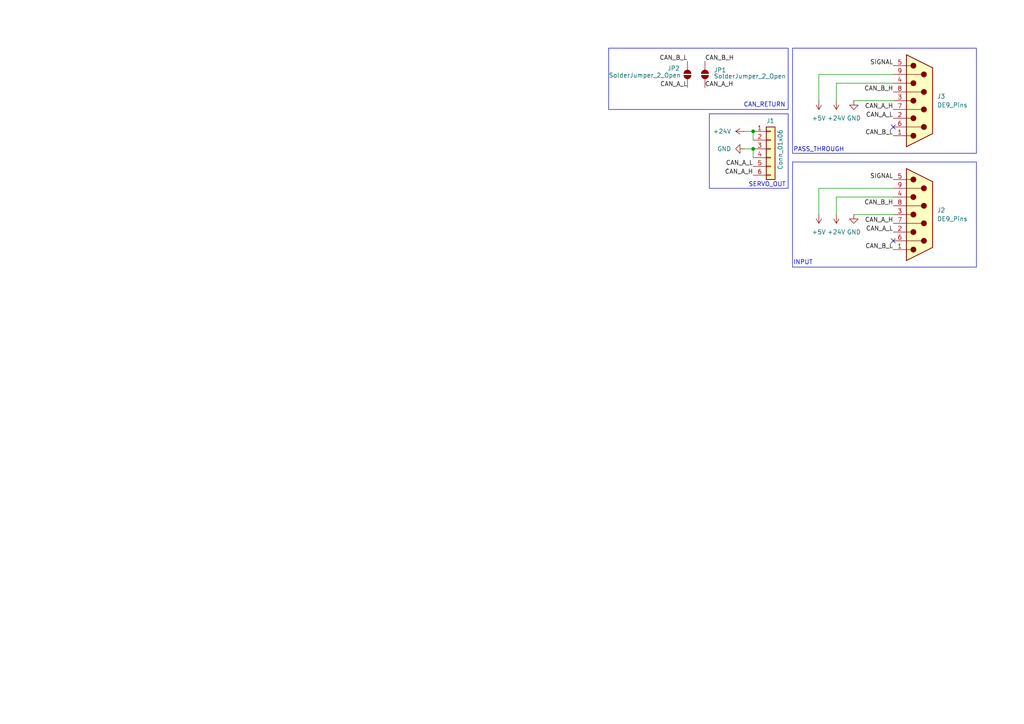
<source format=kicad_sch>
(kicad_sch (version 20250114) (generator "eeschema") (generator_version "9.99")
  (paper "A4")
  (lib_symbols
    (symbol "Connector:DE9_Pins" (pin_names (offset 1.016) (hide yes))
      (property "Reference" "J" (at 0 13.97 0))
      (property "Value" "DE9_Pins" (at 0 -14.605 0))
      (symbol "DE9_Pins_0_1"
        (polyline (pts (xy -3.81 10.16) (xy -2.54 10.16)))
        (polyline (pts (xy -3.81 7.62) (xy 0.508 7.62)))
        (polyline (pts (xy -3.81 5.08) (xy -2.54 5.08)))
        (polyline (pts (xy -3.81 2.54) (xy 0.508 2.54)))
        (polyline (pts (xy -3.81 0) (xy -2.54 0)))
        (polyline (pts (xy -3.81 -2.54) (xy 0.508 -2.54)))
        (polyline (pts (xy -3.81 -5.08) (xy -2.54 -5.08)))
        (polyline (pts (xy -3.81 -7.62) (xy 0.508 -7.62)))
        (polyline (pts (xy -3.81 -10.16) (xy -2.54 -10.16)))
        (polyline (pts (xy -3.81 -13.335) (xy -3.81 13.335) (xy 3.81 9.525) (xy 3.81 -9.525) (xy -3.81 -13.335)) (stroke (width 0.254)) (fill (type background)))
        (circle (center -1.778 10.16) (radius 0.762) (fill (type outline)))
        (circle (center -1.778 5.08) (radius 0.762) (fill (type outline)))
        (circle (center -1.778 0) (radius 0.762) (fill (type outline)))
        (circle (center -1.778 -5.08) (radius 0.762) (fill (type outline)))
        (circle (center -1.778 -10.16) (radius 0.762) (fill (type outline)))
        (circle (center 1.27 7.62) (radius 0.762) (fill (type outline)))
        (circle (center 1.27 2.54) (radius 0.762) (fill (type outline)))
        (circle (center 1.27 -2.54) (radius 0.762) (fill (type outline)))
        (circle (center 1.27 -7.62) (radius 0.762) (fill (type outline)))
      )
      (symbol "DE9_Pins_1_1"
        (pin passive line (at -7.62 10.16 0) (length 3.81) (name "5") (number "5"))
        (pin passive line (at -7.62 7.62 0) (length 3.81) (name "9") (number "9"))
        (pin passive line (at -7.62 5.08 0) (length 3.81) (name "4") (number "4"))
        (pin passive line (at -7.62 2.54 0) (length 3.81) (name "8") (number "8"))
        (pin passive line (at -7.62 0 0) (length 3.81) (name "3") (number "3"))
        (pin passive line (at -7.62 -2.54 0) (length 3.81) (name "7") (number "7"))
        (pin passive line (at -7.62 -5.08 0) (length 3.81) (name "2") (number "2"))
        (pin passive line (at -7.62 -7.62 0) (length 3.81) (name "6") (number "6"))
        (pin passive line (at -7.62 -10.16 0) (length 3.81) (name "1") (number "1"))
      )
    )
    (symbol "Connector_Generic:Conn_01x06" (pin_names (offset 1.016) (hide yes))
      (property "Reference" "J" (at 0 7.62 0))
      (property "Value" "Conn_01x06" (at 0 -10.16 0))
      (symbol "Conn_01x06_1_1"
        (rectangle (start -1.27 6.35) (end 1.27 -8.89) (stroke (width 0.254)) (fill (type background)))
        (rectangle (start -1.27 5.207) (end 0 4.953) (stroke (width 0.1524)))
        (rectangle (start -1.27 2.667) (end 0 2.413) (stroke (width 0.1524)))
        (rectangle (start -1.27 0.127) (end 0 -0.127) (stroke (width 0.1524)))
        (rectangle (start -1.27 -2.413) (end 0 -2.667) (stroke (width 0.1524)))
        (rectangle (start -1.27 -4.953) (end 0 -5.207) (stroke (width 0.1524)))
        (rectangle (start -1.27 -7.493) (end 0 -7.747) (stroke (width 0.1524)))
        (pin passive line (at -5.08 5.08 0) (length 3.81) (name "Pin_1") (number "1"))
        (pin passive line (at -5.08 2.54 0) (length 3.81) (name "Pin_2") (number "2"))
        (pin passive line (at -5.08 0 0) (length 3.81) (name "Pin_3") (number "3"))
        (pin passive line (at -5.08 -2.54 0) (length 3.81) (name "Pin_4") (number "4"))
        (pin passive line (at -5.08 -5.08 0) (length 3.81) (name "Pin_5") (number "5"))
        (pin passive line (at -5.08 -7.62 0) (length 3.81) (name "Pin_6") (number "6"))
      )
    )
    (symbol "Jumper:SolderJumper_2_Open" (pin_numbers (hide yes)) (pin_names (offset 0) (hide yes)) (in_bom no)
      (property "Reference" "JP" (at 0 2.032 0))
      (property "Value" "SolderJumper_2_Open" (at 0 -2.54 0))
      (symbol "SolderJumper_2_Open_0_1"
        (polyline (pts (xy -0.254 1.016) (xy -0.254 -1.016)))
        (arc (start -0.254 -1.016) (mid -1.2656 0) (end -0.254 1.016))
        (arc (start -0.254 -1.016) (mid -1.2656 0) (end -0.254 1.016) (fill (type outline)))
        (arc (start 0.254 1.016) (mid 1.2656 0) (end 0.254 -1.016))
        (arc (start 0.254 1.016) (mid 1.2656 0) (end 0.254 -1.016) (fill (type outline)))
        (polyline (pts (xy 0.254 1.016) (xy 0.254 -1.016)))
      )
      (symbol "SolderJumper_2_Open_1_1"
        (pin passive line (at -3.81 0 0) (length 2.54) (name "A") (number "1"))
        (pin passive line (at 3.81 0 180) (length 2.54) (name "B") (number "2"))
      )
    )
    (symbol "power:+24V" (power) (pin_numbers (hide yes)) (pin_names (offset 0) (hide yes))
      (property "Value" "+24V" (at 0 3.556 0))
      (symbol "+24V_0_1"
        (polyline (pts (xy -0.762 1.27) (xy 0 2.54)))
        (polyline (pts (xy 0 2.54) (xy 0.762 1.27)))
        (polyline (pts (xy 0 0) (xy 0 2.54)))
      )
      (symbol "+24V_1_1"
        (pin power_in line (at 0 0 90) (length 0) (name "~") (number "1"))
      )
    )
    (symbol "power:+5V" (power) (pin_numbers (hide yes)) (pin_names (offset 0) (hide yes))
      (property "Value" "+5V" (at 0 3.556 0))
      (symbol "+5V_0_1"
        (polyline (pts (xy -0.762 1.27) (xy 0 2.54)))
        (polyline (pts (xy 0 2.54) (xy 0.762 1.27)))
        (polyline (pts (xy 0 0) (xy 0 2.54)))
      )
      (symbol "+5V_1_1"
        (pin power_in line (at 0 0 90) (length 0) (name "~") (number "1"))
      )
    )
    (symbol "power:GND" (power) (pin_numbers (hide yes)) (pin_names (offset 0) (hide yes))
      (property "Value" "GND" (at 0 -3.81 0))
      (symbol "GND_0_1"
        (polyline (pts (xy 0 0) (xy 0 -1.27) (xy 1.27 -1.27) (xy 0 -2.54) (xy -1.27 -1.27) (xy 0 -1.27)))
      )
      (symbol "GND_1_1"
        (pin power_in line (at 0 0 270) (length 0) (name "~") (number "1"))
      )
    )
  )
  (rectangle (start 176.53 13.97) (end 228.6 31.75))
  (rectangle (start 229.87 46.99) (end 283.21 77.47))
  (rectangle (start 229.87 13.97) (end 283.21 44.45))
  (rectangle (start 205.74 33.02) (end 228.6 54.61))
  (text "SERVO_OUT" (at 222.504 53.594 0) (effects (font (size 1.27 1.27))))
  (text "CAN_RETURN" (at 221.742 30.48 0) (effects (font (size 1.27 1.27))))
  (text "INPUT" (at 232.918 76.2 0) (effects (font (size 1.27 1.27))))
  (text "PASS_THROUGH" (at 237.49 43.434 0) (effects (font (size 1.27 1.27))))
  (junction (at 218.44 38.1))
  (junction (at 218.44 43.18))
  (no_connect (at 259.08 69.85))
  (no_connect (at 259.08 36.83))
  (wire (pts (xy 247.65 62.23) (xy 259.08 62.23)))
  (wire (pts (xy 259.08 57.15) (xy 242.57 57.15)))
  (wire (pts (xy 218.44 43.18) (xy 218.44 45.72)))
  (wire (pts (xy 215.9 43.18) (xy 218.44 43.18)))
  (wire (pts (xy 215.9 38.1) (xy 218.44 38.1)))
  (wire (pts (xy 259.08 54.61) (xy 237.49 54.61)))
  (wire (pts (xy 259.08 24.13) (xy 242.57 24.13)))
  (wire (pts (xy 247.65 29.21) (xy 259.08 29.21)))
  (wire (pts (xy 237.49 21.59) (xy 237.49 29.21)))
  (wire (pts (xy 259.08 21.59) (xy 237.49 21.59)))
  (wire (pts (xy 242.57 24.13) (xy 242.57 29.21)))
  (wire (pts (xy 242.57 57.15) (xy 242.57 62.23)))
  (wire (pts (xy 218.44 38.1) (xy 218.44 40.64)))
  (wire (pts (xy 237.49 54.61) (xy 237.49 62.23)))
  (label "SIGNAL" (at 259.08 52.07 180))
  (label "CAN_A_L" (at 199.39 25.4 180))
  (label "CAN_B_H" (at 204.47 17.78 0))
  (label "CAN_B_L" (at 259.08 39.37 180))
  (label "CAN_A_H" (at 204.47 25.4 0))
  (label "CAN_A_H" (at 259.08 64.77 180))
  (label "CAN_B_L" (at 259.08 72.39 180))
  (label "CAN_B_H" (at 259.08 59.69 180))
  (label "CAN_B_H" (at 259.08 26.67 180))
  (label "CAN_A_H" (at 259.08 31.75 180))
  (label "CAN_A_H" (at 218.44 50.8 180))
  (label "CAN_A_L" (at 218.44 48.26 180))
  (label "CAN_A_L" (at 259.08 67.31 180))
  (label "SIGNAL" (at 259.08 19.05 180))
  (label "CAN_A_L" (at 259.08 34.29 180))
  (label "CAN_B_L" (at 199.39 17.78 180))
  (symbol (lib_id "power:GND") (at 247.65 29.21 0) (unit 1)
    (property "Reference" "#PWR06" (hide yes))
    (property "Value" "GND" (at 247.65 34.29 0))
    (property "Description" "Power symbol creates a global label with name \"GND\" , ground" (hide yes))
  )
  (symbol (lib_id "power:+5V") (at 237.49 62.23 180) (unit 1)
    (property "Reference" "#PWR03" (hide yes))
    (property "Value" "+5V" (at 237.49 67.31 0))
    (property "Description" "Power symbol creates a global label with name \"+5V\"" (hide yes))
  )
  (symbol (lib_id "power:+24V") (at 242.57 62.23 180) (unit 1)
    (property "Reference" "#PWR02" (hide yes))
    (property "Value" "+24V" (at 242.57 67.31 0))
    (property "Description" "Power symbol creates a global label with name \"+24V\"" (hide yes))
  )
  (symbol (lib_id "power:+24V") (at 242.57 29.21 180) (unit 1)
    (property "Reference" "#PWR05" (hide yes))
    (property "Value" "+24V" (at 242.57 34.29 0))
    (property "Description" "Power symbol creates a global label with name \"+24V\"" (hide yes))
  )
  (symbol (lib_id "power:GND") (at 215.9 43.18 270) (unit 1)
    (property "Reference" "#PWR07" (hide yes))
    (property "Value" "GND" (at 212.09 43.1799 90) (effects (justify right)))
    (property "Description" "Power symbol creates a global label with name \"GND\" , ground" (hide yes))
  )
  (symbol (lib_id "power:+24V") (at 215.9 38.1 90) (unit 1)
    (property "Reference" "#PWR08" (hide yes))
    (property "Value" "+24V" (at 212.09 38.0999 90) (effects (justify left)))
    (property "Description" "Power symbol creates a global label with name \"+24V\"" (hide yes))
  )
  (symbol (lib_id "Connector_Generic:Conn_01x06") (at 223.52 43.18 0) (unit 1)
    (property "Reference" "J1" (at 222.25 35.052 0) (effects (justify left)))
    (property "Value" "Conn_01x06" (at 226.314 49.276 90) (effects (justify left)))
    (property "Description" "Generic connector, single row, 01x06, script generated (kicad-library-utils/schlib/autogen/connector/)" (hide yes))
  )
  (symbol (lib_id "power:GND") (at 247.65 62.23 0) (unit 1)
    (property "Reference" "#PWR01" (hide yes))
    (property "Value" "GND" (at 247.65 67.31 0))
    (property "Description" "Power symbol creates a global label with name \"GND\" , ground" (hide yes))
  )
  (symbol (lib_id "Jumper:SolderJumper_2_Open") (at 199.39 21.59 90) (unit 1) (in_bom no)
    (property "Reference" "JP2" (at 193.548 19.812 90) (effects (justify right)))
    (property "Value" "SolderJumper_2_Open" (at 176.53 21.844 90) (effects (justify right)))
    (property "Description" "Solder Jumper, 2-pole, open" (hide yes))
  )
  (symbol (lib_id "Jumper:SolderJumper_2_Open") (at 204.47 21.59 90) (unit 1) (in_bom no)
    (property "Reference" "JP1" (at 207.01 20.3199 90) (effects (justify right)))
    (property "Value" "SolderJumper_2_Open" (at 207.01 22.098 90) (effects (justify right)))
    (property "Description" "Solder Jumper, 2-pole, open" (hide yes))
  )
  (symbol (lib_id "power:+5V") (at 237.49 29.21 180) (unit 1)
    (property "Reference" "#PWR04" (hide yes))
    (property "Value" "+5V" (at 237.49 34.29 0))
    (property "Description" "Power symbol creates a global label with name \"+5V\"" (hide yes))
  )
  (symbol (lib_id "Connector:DE9_Pins") (at 266.7 29.21 0) (unit 1)
    (property "Reference" "J3" (at 271.78 27.9399 0) (effects (justify left)))
    (property "Value" "DE9_Pins" (at 271.78 30.4799 0) (effects (justify left)))
    (property "Footprint" "Connector_Dsub:DSUB-9_Pins_Horizontal_P2.77x2.84mm_EdgePinOffset4.94mm_Housed_MountingHolesOffset4.94mm" (hide yes))
    (property "Description" "9-pin D-SUB connector, pins (male)" (hide yes))
  )
  (symbol (lib_id "Connector:DE9_Pins") (at 266.7 62.23 0) (unit 1)
    (property "Reference" "J2" (at 271.78 60.9599 0) (effects (justify left)))
    (property "Value" "DE9_Pins" (at 271.78 63.4999 0) (effects (justify left)))
    (property "Footprint" "Connector_Dsub:DSUB-9_Pins_Horizontal_P2.77x2.84mm_EdgePinOffset4.94mm_Housed_MountingHolesOffset4.94mm" (hide yes))
    (property "Description" "9-pin D-SUB connector, pins (male)" (hide yes))
  )
)
</source>
